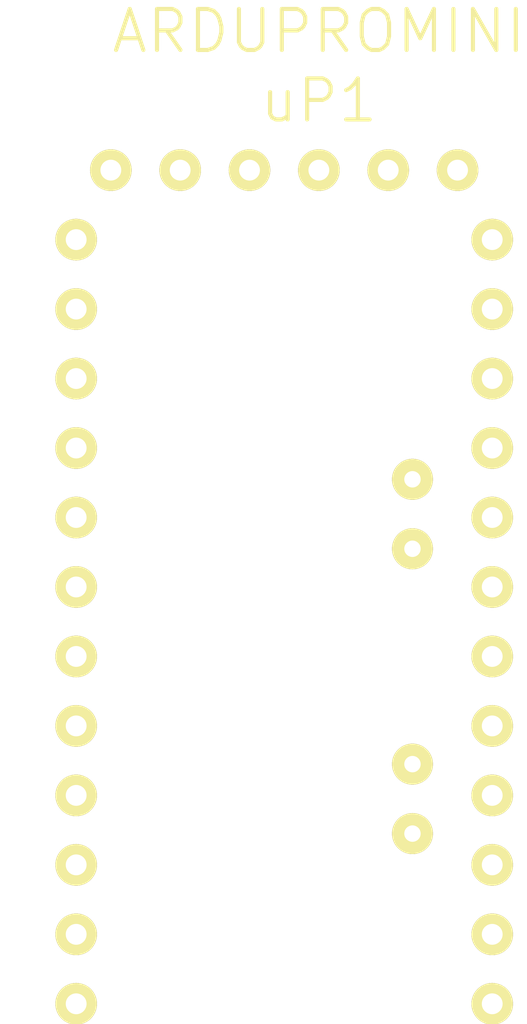
<source format=kicad_pcb>
(kicad_pcb (version 4) (host pcbnew 4.0.2+dfsg1-stable)

  (general
    (links 0)
    (no_connects 0)
    (area 0 0 0 0)
    (thickness 1.6)
    (drawings 0)
    (tracks 0)
    (zones 0)
    (modules 1)
    (nets 1)
  )

  (page A4)
  (layers
    (0 F.Cu signal)
    (31 B.Cu signal)
    (32 B.Adhes user)
    (33 F.Adhes user)
    (34 B.Paste user)
    (35 F.Paste user)
    (36 B.SilkS user)
    (37 F.SilkS user)
    (38 B.Mask user)
    (39 F.Mask user)
    (40 Dwgs.User user)
    (41 Cmts.User user)
    (42 Eco1.User user)
    (43 Eco2.User user)
    (44 Edge.Cuts user)
    (45 Margin user)
    (46 B.CrtYd user)
    (47 F.CrtYd user)
    (48 B.Fab user)
    (49 F.Fab user)
  )

  (setup
    (last_trace_width 0.25)
    (trace_clearance 0.2)
    (zone_clearance 0.508)
    (zone_45_only no)
    (trace_min 0.2)
    (segment_width 0.2)
    (edge_width 0.15)
    (via_size 0.6)
    (via_drill 0.4)
    (via_min_size 0.4)
    (via_min_drill 0.3)
    (uvia_size 0.3)
    (uvia_drill 0.1)
    (uvias_allowed no)
    (uvia_min_size 0.2)
    (uvia_min_drill 0.1)
    (pcb_text_width 0.3)
    (pcb_text_size 1.5 1.5)
    (mod_edge_width 0.15)
    (mod_text_size 1 1)
    (mod_text_width 0.15)
    (pad_size 1.524 1.524)
    (pad_drill 0.762)
    (pad_to_mask_clearance 0.2)
    (aux_axis_origin 0 0)
    (visible_elements FFFFFF7F)
    (pcbplotparams
      (layerselection 0x00030_80000001)
      (usegerberextensions false)
      (excludeedgelayer true)
      (linewidth 0.100000)
      (plotframeref false)
      (viasonmask false)
      (mode 1)
      (useauxorigin false)
      (hpglpennumber 1)
      (hpglpenspeed 20)
      (hpglpendiameter 15)
      (hpglpenoverlay 2)
      (psnegative false)
      (psa4output false)
      (plotreference true)
      (plotvalue true)
      (plotinvisibletext false)
      (padsonsilk false)
      (subtractmaskfromsilk false)
      (outputformat 1)
      (mirror false)
      (drillshape 1)
      (scaleselection 1)
      (outputdirectory ""))
  )

  (net 0 "")

  (net_class Default "This is the default net class."
    (clearance 0.2)
    (trace_width 0.25)
    (via_dia 0.6)
    (via_drill 0.4)
    (uvia_dia 0.3)
    (uvia_drill 0.1)
  )

  (module ArduProMiniTKB:ArduProMini (layer F.Cu) (tedit 54CFF598) (tstamp 5BD9F01B)
    (at 138.43 55.88)
    (path /54CF9FEF)
    (fp_text reference uP1 (at 11.43 1.27) (layer F.SilkS)
      (effects (font (size 1.5 1.5) (thickness 0.15)))
    )
    (fp_text value ARDUPROMINI (at 11.43 -1.27) (layer F.SilkS)
      (effects (font (size 1.5 1.5) (thickness 0.15)))
    )
    (pad 1 thru_hole circle (at 3.81 3.81) (size 1.524 1.524) (drill 0.762) (layers *.Cu *.Mask F.SilkS))
    (pad 2 thru_hole circle (at 6.35 3.81) (size 1.524 1.524) (drill 0.762) (layers *.Cu *.Mask F.SilkS))
    (pad 3 thru_hole circle (at 8.89 3.81) (size 1.524 1.524) (drill 0.762) (layers *.Cu *.Mask F.SilkS))
    (pad 4 thru_hole circle (at 11.43 3.81) (size 1.524 1.524) (drill 0.762) (layers *.Cu *.Mask F.SilkS))
    (pad 5 thru_hole circle (at 13.97 3.81) (size 1.524 1.524) (drill 0.762) (layers *.Cu *.Mask F.SilkS))
    (pad 6 thru_hole circle (at 16.51 3.81) (size 1.524 1.524) (drill 0.762) (layers *.Cu *.Mask F.SilkS))
    (pad 7 thru_hole circle (at 2.54 6.35) (size 1.524 1.524) (drill 0.762) (layers *.Cu *.Mask F.SilkS))
    (pad 8 thru_hole circle (at 2.54 8.89) (size 1.524 1.524) (drill 0.762) (layers *.Cu *.Mask F.SilkS))
    (pad 9 thru_hole circle (at 2.54 11.43) (size 1.524 1.524) (drill 0.762) (layers *.Cu *.Mask F.SilkS))
    (pad 10 thru_hole circle (at 2.54 13.97) (size 1.524 1.524) (drill 0.762) (layers *.Cu *.Mask F.SilkS))
    (pad 11 thru_hole circle (at 2.54 16.51) (size 1.524 1.524) (drill 0.762) (layers *.Cu *.Mask F.SilkS))
    (pad 12 thru_hole circle (at 2.54 19.05) (size 1.524 1.524) (drill 0.762) (layers *.Cu *.Mask F.SilkS))
    (pad 13 thru_hole circle (at 2.54 21.59) (size 1.524 1.524) (drill 0.762) (layers *.Cu *.Mask F.SilkS))
    (pad 14 thru_hole circle (at 2.54 24.13) (size 1.524 1.524) (drill 0.762) (layers *.Cu *.Mask F.SilkS))
    (pad 15 thru_hole circle (at 2.54 26.67) (size 1.524 1.524) (drill 0.762) (layers *.Cu *.Mask F.SilkS))
    (pad 16 thru_hole circle (at 2.54 29.21) (size 1.524 1.524) (drill 0.762) (layers *.Cu *.Mask F.SilkS))
    (pad 17 thru_hole circle (at 2.54 31.75) (size 1.524 1.524) (drill 0.762) (layers *.Cu *.Mask F.SilkS))
    (pad 18 thru_hole circle (at 2.54 34.29) (size 1.524 1.524) (drill 0.762) (layers *.Cu *.Mask F.SilkS))
    (pad 19 thru_hole circle (at 17.78 6.35) (size 1.524 1.524) (drill 0.762) (layers *.Cu *.Mask F.SilkS))
    (pad 20 thru_hole circle (at 17.78 8.89) (size 1.524 1.524) (drill 0.762) (layers *.Cu *.Mask F.SilkS))
    (pad 21 thru_hole circle (at 17.78 11.43) (size 1.524 1.524) (drill 0.762) (layers *.Cu *.Mask F.SilkS))
    (pad 22 thru_hole circle (at 17.78 13.97) (size 1.524 1.524) (drill 0.762) (layers *.Cu *.Mask F.SilkS))
    (pad 23 thru_hole circle (at 17.78 16.51) (size 1.524 1.524) (drill 0.762) (layers *.Cu *.Mask F.SilkS))
    (pad 24 thru_hole circle (at 17.78 19.05) (size 1.524 1.524) (drill 0.762) (layers *.Cu *.Mask F.SilkS))
    (pad 25 thru_hole circle (at 17.78 21.59) (size 1.524 1.524) (drill 0.762) (layers *.Cu *.Mask F.SilkS))
    (pad 26 thru_hole circle (at 17.78 24.13) (size 1.524 1.524) (drill 0.762) (layers *.Cu *.Mask F.SilkS))
    (pad 27 thru_hole circle (at 17.78 26.67) (size 1.524 1.524) (drill 0.762) (layers *.Cu *.Mask F.SilkS))
    (pad 28 thru_hole circle (at 17.78 29.21) (size 1.524 1.524) (drill 0.762) (layers *.Cu *.Mask F.SilkS))
    (pad 29 thru_hole circle (at 17.78 31.75) (size 1.524 1.524) (drill 0.762) (layers *.Cu *.Mask F.SilkS))
    (pad 30 thru_hole circle (at 17.78 34.29) (size 1.524 1.524) (drill 0.762) (layers *.Cu *.Mask F.SilkS))
    (pad 31 thru_hole circle (at 14.859 15.113) (size 1.5 1.5) (drill 0.6) (layers *.Cu *.Mask F.SilkS))
    (pad 32 thru_hole circle (at 14.859 17.653) (size 1.5 1.5) (drill 0.6) (layers *.Cu *.Mask F.SilkS))
    (pad 34 thru_hole circle (at 14.859 25.527) (size 1.5 1.5) (drill 0.6) (layers *.Cu *.Mask F.SilkS))
    (pad 35 thru_hole circle (at 14.859 28.067) (size 1.5 1.5) (drill 0.6) (layers *.Cu *.Mask F.SilkS))
  )

)

</source>
